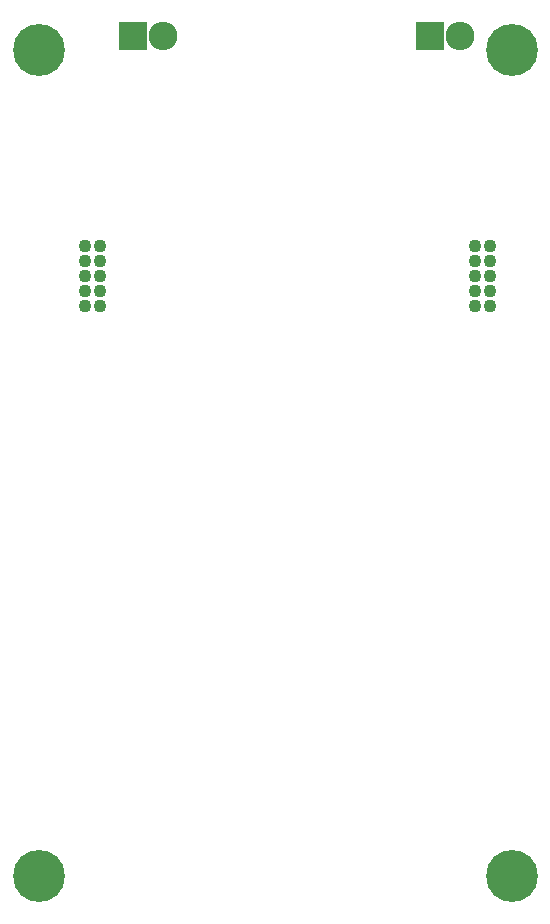
<source format=gbr>
G04 #@! TF.FileFunction,Soldermask,Bot*
%FSLAX46Y46*%
G04 Gerber Fmt 4.6, Leading zero omitted, Abs format (unit mm)*
G04 Created by KiCad (PCBNEW (2015-12-07 BZR 6352)-product) date Fri 09 Sep 2016 08:12:53 PM EDT*
%MOMM*%
G01*
G04 APERTURE LIST*
%ADD10C,0.100000*%
%ADD11C,1.100000*%
%ADD12R,2.432000X2.432000*%
%ADD13O,2.432000X2.432000*%
%ADD14C,4.400000*%
G04 APERTURE END LIST*
D10*
D11*
X8890000Y58420000D03*
X10160000Y58420000D03*
X8890000Y57150000D03*
X10160000Y57150000D03*
X8890000Y55880000D03*
X10160000Y55880000D03*
X8890000Y54610000D03*
X10160000Y54610000D03*
X8890000Y53340000D03*
X10160000Y53340000D03*
D12*
X12954000Y76200000D03*
D13*
X15494000Y76200000D03*
D12*
X38100000Y76200000D03*
D13*
X40640000Y76200000D03*
D11*
X41910000Y58420000D03*
X43180000Y58420000D03*
X41910000Y57150000D03*
X43180000Y57150000D03*
X41910000Y55880000D03*
X43180000Y55880000D03*
X41910000Y54610000D03*
X43180000Y54610000D03*
X41910000Y53340000D03*
X43180000Y53340000D03*
D14*
X45000000Y5080000D03*
X5000000Y5080000D03*
X5000000Y75000000D03*
X45000000Y75000000D03*
M02*

</source>
